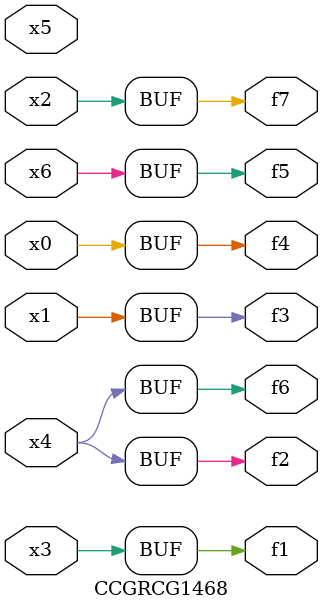
<source format=v>
module CCGRCG1468(
	input x0, x1, x2, x3, x4, x5, x6,
	output f1, f2, f3, f4, f5, f6, f7
);
	assign f1 = x3;
	assign f2 = x4;
	assign f3 = x1;
	assign f4 = x0;
	assign f5 = x6;
	assign f6 = x4;
	assign f7 = x2;
endmodule

</source>
